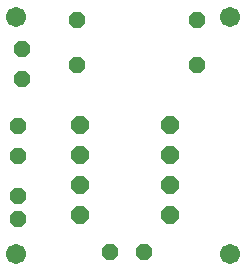
<source format=gbs>
G75*
G70*
%OFA0B0*%
%FSLAX24Y24*%
%IPPOS*%
%LPD*%
%AMOC8*
5,1,8,0,0,1.08239X$1,22.5*
%
%ADD10C,0.0671*%
%ADD11OC8,0.0600*%
%ADD12OC8,0.0556*%
D10*
X001244Y000751D03*
X008394Y000751D03*
X008394Y008681D03*
X001244Y008681D03*
D11*
X003384Y005081D03*
X003384Y004081D03*
X003384Y003081D03*
X003384Y002081D03*
X006384Y002081D03*
X006384Y003081D03*
X006384Y004081D03*
X006384Y005081D03*
D12*
X007274Y007061D03*
X007274Y008561D03*
X003274Y008561D03*
X003274Y007061D03*
X001434Y006591D03*
X001434Y007591D03*
X001314Y005041D03*
X001314Y004041D03*
X001314Y002691D03*
X001314Y001921D03*
X004384Y000841D03*
X005514Y000841D03*
M02*

</source>
